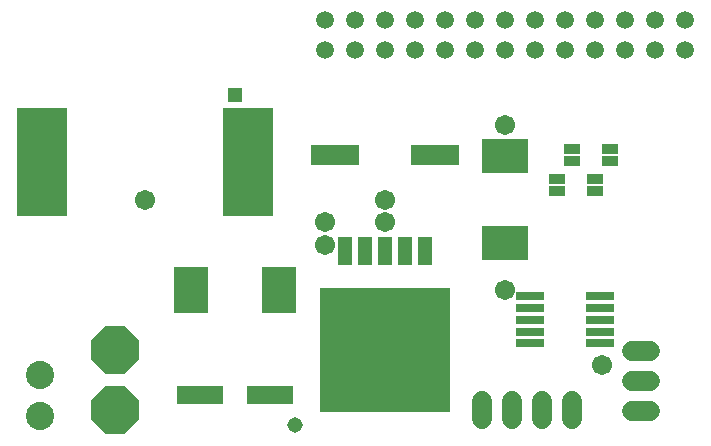
<source format=gts>
G75*
%MOIN*%
%OFA0B0*%
%FSLAX24Y24*%
%IPPOS*%
%LPD*%
%AMOC8*
5,1,8,0,0,1.08239X$1,22.5*
%
%ADD10R,0.0946X0.0316*%
%ADD11C,0.0680*%
%ADD12R,0.4332X0.4178*%
%ADD13R,0.0500X0.0930*%
%ADD14R,0.1576X0.1182*%
%ADD15R,0.1615X0.0710*%
%ADD16OC8,0.1580*%
%ADD17R,0.1576X0.0631*%
%ADD18R,0.1655X0.3623*%
%ADD19R,0.1182X0.1576*%
%ADD20C,0.0940*%
%ADD21R,0.0474X0.0474*%
%ADD22C,0.0595*%
%ADD23R,0.0580X0.0330*%
%ADD24C,0.0671*%
%ADD25C,0.0516*%
D10*
X018499Y004393D03*
X018499Y004786D03*
X018499Y005180D03*
X018499Y005574D03*
X018499Y005967D03*
X020861Y005967D03*
X020861Y005574D03*
X020861Y005180D03*
X020861Y004786D03*
X020861Y004393D03*
D11*
X021904Y004141D02*
X022504Y004141D01*
X022504Y003141D02*
X021904Y003141D01*
X021904Y002141D02*
X022504Y002141D01*
X019930Y001880D02*
X019930Y002480D01*
X018930Y002480D02*
X018930Y001880D01*
X017930Y001880D02*
X017930Y002480D01*
X016930Y002480D02*
X016930Y001880D01*
D12*
X013680Y004180D03*
D13*
X013680Y007460D03*
X014350Y007460D03*
X015020Y007460D03*
X013010Y007460D03*
X012340Y007460D03*
D14*
X017680Y007723D03*
X017680Y010637D03*
D15*
X015353Y010680D03*
X012007Y010680D03*
D16*
X004680Y004180D03*
X004680Y002180D03*
D17*
X007499Y002680D03*
X009861Y002680D03*
D18*
X009113Y010430D03*
X002239Y010430D03*
D19*
X007223Y006180D03*
X010137Y006180D03*
D20*
X002180Y001971D03*
X002180Y003349D03*
D21*
X008680Y012680D03*
D22*
X011680Y014180D03*
X011680Y015180D03*
X012680Y015180D03*
X013680Y015180D03*
X014680Y015180D03*
X015680Y015180D03*
X016680Y015180D03*
X017680Y015180D03*
X018680Y015180D03*
X019680Y015180D03*
X020680Y015180D03*
X021680Y015180D03*
X022680Y015180D03*
X023680Y015180D03*
X023680Y014180D03*
X022680Y014180D03*
X021680Y014180D03*
X020680Y014180D03*
X019680Y014180D03*
X018680Y014180D03*
X017680Y014180D03*
X016680Y014180D03*
X015680Y014180D03*
X014680Y014180D03*
X013680Y014180D03*
X012680Y014180D03*
D23*
X019430Y009880D03*
X019430Y009480D03*
X019930Y010480D03*
X019930Y010880D03*
X020680Y009880D03*
X020680Y009480D03*
X021180Y010480D03*
X021180Y010880D03*
D24*
X017680Y011680D03*
X013680Y009180D03*
X013680Y008430D03*
X011680Y008430D03*
X011680Y007680D03*
X005680Y009180D03*
X017680Y006180D03*
X020930Y003680D03*
D25*
X010680Y001680D03*
M02*

</source>
